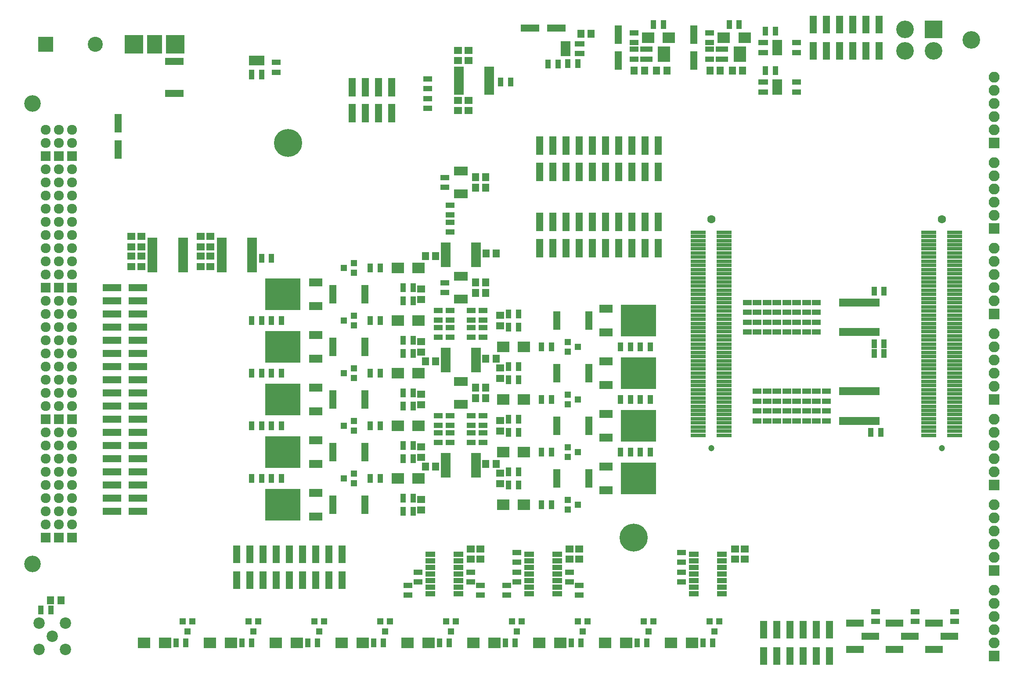
<source format=gbr>
G04 #@! TF.FileFunction,Soldermask,Top*
%FSLAX46Y46*%
G04 Gerber Fmt 4.6, Leading zero omitted, Abs format (unit mm)*
G04 Created by KiCad (PCBNEW 4.0.6) date Fri Aug  3 14:49:23 2018*
%MOMM*%
%LPD*%
G01*
G04 APERTURE LIST*
%ADD10C,0.100000*%
%ADD11R,2.900000X0.700000*%
%ADD12C,1.200000*%
%ADD13C,1.600000*%
%ADD14C,5.400000*%
%ADD15R,1.400000X3.400000*%
%ADD16R,1.700000X1.100000*%
%ADD17R,1.960000X1.050000*%
%ADD18R,2.900000X2.900000*%
%ADD19C,2.900000*%
%ADD20R,1.850000X0.850000*%
%ADD21R,1.400000X1.650000*%
%ADD22R,1.650000X1.400000*%
%ADD23R,2.400000X2.100000*%
%ADD24R,1.400000X3.550000*%
%ADD25R,3.400000X3.400000*%
%ADD26C,3.400000*%
%ADD27R,2.100000X2.100000*%
%ADD28O,2.100000X2.100000*%
%ADD29R,3.550000X1.400000*%
%ADD30R,1.300000X1.200000*%
%ADD31R,2.600000X1.600000*%
%ADD32R,6.800000X6.200000*%
%ADD33R,1.200000X1.300000*%
%ADD34R,1.100000X1.700000*%
%ADD35R,1.400000X3.600000*%
%ADD36R,1.900000X1.000000*%
%ADD37R,1.900000X0.850000*%
%ADD38R,1.050000X1.960000*%
%ADD39R,2.400000X1.050000*%
%ADD40R,0.800000X1.500000*%
%ADD41R,0.700000X1.800000*%
%ADD42C,3.200000*%
%ADD43R,1.924000X1.924000*%
%ADD44C,1.924000*%
%ADD45R,3.575000X3.575000*%
%ADD46R,2.990800X3.575000*%
%ADD47C,2.198320*%
%ADD48C,2.195780*%
%ADD49R,3.600000X1.400000*%
%ADD50R,3.400000X1.400000*%
G04 APERTURE END LIST*
D10*
D11*
X281906350Y-93430000D03*
D12*
X279406350Y-135130000D03*
D13*
X279406350Y-90930000D03*
D12*
X234956350Y-135130000D03*
D13*
X234956350Y-90930000D03*
D11*
X237456350Y-93430000D03*
X276906350Y-93430000D03*
X281906350Y-94230000D03*
X276906350Y-94230000D03*
X281906350Y-95030000D03*
X276906350Y-95030000D03*
X281906350Y-95830000D03*
X276906350Y-95830000D03*
X281906350Y-96630000D03*
X276906350Y-96630000D03*
X281906350Y-97430000D03*
X276906350Y-97430000D03*
X281906350Y-98230000D03*
X276906350Y-98230000D03*
X281906350Y-99030000D03*
X276906350Y-99030000D03*
X281906350Y-99830000D03*
X276906350Y-99830000D03*
X281906350Y-100630000D03*
X276906350Y-100630000D03*
X281906350Y-101430000D03*
X276906350Y-101430000D03*
X281906350Y-102230000D03*
X276906350Y-102230000D03*
X281906350Y-103030000D03*
X276906350Y-103030000D03*
X281906350Y-103830000D03*
X276906350Y-103830000D03*
X281906350Y-104630000D03*
X276906350Y-104630000D03*
X281906350Y-105430000D03*
X276906350Y-105430000D03*
X281906350Y-106230000D03*
X276906350Y-106230000D03*
X281906350Y-107030000D03*
X276906350Y-107030000D03*
X281906350Y-107830000D03*
X276906350Y-107830000D03*
X281906350Y-108630000D03*
X276906350Y-108630000D03*
X281906350Y-109430000D03*
X276906350Y-109430000D03*
X281906350Y-110230000D03*
X276906350Y-110230000D03*
X281906350Y-111030000D03*
X276906350Y-111030000D03*
X281906350Y-111830000D03*
X276906350Y-111830000D03*
X281906350Y-112630000D03*
X276906350Y-112630000D03*
X281906350Y-113430000D03*
X276906350Y-113430000D03*
X281906350Y-114230000D03*
X276906350Y-114230000D03*
X281906350Y-115030000D03*
X276906350Y-115030000D03*
X281906350Y-115830000D03*
X276906350Y-115830000D03*
X281906350Y-116630000D03*
X276906350Y-116630000D03*
X281906350Y-117430000D03*
X276906350Y-117430000D03*
X281906350Y-118230000D03*
X276906350Y-118230000D03*
X281906350Y-119030000D03*
X276906350Y-119030000D03*
X281906350Y-119830000D03*
X276906350Y-119830000D03*
X281906350Y-120630000D03*
X276906350Y-120630000D03*
X281906350Y-121430000D03*
X276906350Y-121430000D03*
X281906350Y-122230000D03*
X276906350Y-122230000D03*
X281906350Y-123030000D03*
X276906350Y-123030000D03*
X281906350Y-123830000D03*
X276906350Y-123830000D03*
X281906350Y-124630000D03*
X276906350Y-124630000D03*
X281906350Y-125430000D03*
X276906350Y-125430000D03*
X281906350Y-126230000D03*
X276906350Y-126230000D03*
X281906350Y-127030000D03*
X276906350Y-127030000D03*
X281906350Y-127830000D03*
X276906350Y-127830000D03*
X281906350Y-128630000D03*
X276906350Y-128630000D03*
X281906350Y-129430000D03*
X276906350Y-129430000D03*
X281906350Y-130230000D03*
X276906350Y-130230000D03*
X281906350Y-131030000D03*
X276906350Y-131030000D03*
X281906350Y-131830000D03*
X276906350Y-131830000D03*
X281906350Y-132630000D03*
X276906350Y-132630000D03*
X232456350Y-93430000D03*
X237456350Y-94230000D03*
X232456350Y-94230000D03*
X237456350Y-95030000D03*
X232456350Y-95030000D03*
X237456350Y-95830000D03*
X232456350Y-95830000D03*
X237456350Y-96630000D03*
X232456350Y-96630000D03*
X237456350Y-97430000D03*
X232456350Y-97430000D03*
X237456350Y-98230000D03*
X232456350Y-98230000D03*
X237456350Y-99030000D03*
X232456350Y-99030000D03*
X237456350Y-99830000D03*
X232456350Y-99830000D03*
X237456350Y-100630000D03*
X232456350Y-100630000D03*
X237456350Y-101430000D03*
X232456350Y-101430000D03*
X237456350Y-102230000D03*
X232456350Y-102230000D03*
X237456350Y-103030000D03*
X232456350Y-103030000D03*
X237456350Y-103830000D03*
X232456350Y-103830000D03*
X237456350Y-104630000D03*
X232456350Y-104630000D03*
X237456350Y-105430000D03*
X232456350Y-105430000D03*
X237456350Y-106230000D03*
X232456350Y-106230000D03*
X237456350Y-107030000D03*
X232456350Y-107030000D03*
X237456350Y-107830000D03*
X232456350Y-107830000D03*
X237456350Y-108630000D03*
X232456350Y-108630000D03*
X237456350Y-109430000D03*
X232456350Y-109430000D03*
X237456350Y-110230000D03*
X232456350Y-110230000D03*
X237456350Y-111030000D03*
X232456350Y-111030000D03*
X237456350Y-111830000D03*
X232456350Y-111830000D03*
X237456350Y-112630000D03*
X232456350Y-112630000D03*
X237456350Y-113430000D03*
X232456350Y-113430000D03*
X237456350Y-114230000D03*
X232456350Y-114230000D03*
X237456350Y-115030000D03*
X232456350Y-115030000D03*
X237456350Y-115830000D03*
X232456350Y-115830000D03*
X237456350Y-116630000D03*
X232456350Y-116630000D03*
X237456350Y-117430000D03*
X232456350Y-117430000D03*
X237456350Y-118230000D03*
X232456350Y-118230000D03*
X237456350Y-119030000D03*
X232456350Y-119030000D03*
X237456350Y-119830000D03*
X232456350Y-119830000D03*
X237456350Y-120630000D03*
X232456350Y-120630000D03*
X237456350Y-121430000D03*
X232456350Y-121430000D03*
X237456350Y-122230000D03*
X232456350Y-122230000D03*
X237456350Y-123030000D03*
X232456350Y-123030000D03*
X237456350Y-123830000D03*
X232456350Y-123830000D03*
X237456350Y-124630000D03*
X232456350Y-124630000D03*
X237456350Y-125430000D03*
X232456350Y-125430000D03*
X237456350Y-126230000D03*
X232456350Y-126230000D03*
X237456350Y-127030000D03*
X232456350Y-127030000D03*
X237456350Y-127830000D03*
X232456350Y-127830000D03*
X237456350Y-128630000D03*
X232456350Y-128630000D03*
X237456350Y-129430000D03*
X232456350Y-129430000D03*
X237456350Y-130230000D03*
X232456350Y-130230000D03*
X237456350Y-131030000D03*
X232456350Y-131030000D03*
X237456350Y-131830000D03*
X232456350Y-131830000D03*
X237456350Y-132630000D03*
X232456350Y-132630000D03*
D14*
X153352500Y-76200000D03*
D15*
X143510000Y-155595000D03*
X143510000Y-160635000D03*
X146050000Y-155595000D03*
X146050000Y-160635000D03*
X148590000Y-155595000D03*
X148590000Y-160635000D03*
X151130000Y-155595000D03*
X151130000Y-160635000D03*
X153670000Y-155595000D03*
X153670000Y-160635000D03*
X156210000Y-155595000D03*
X156210000Y-160635000D03*
X158750000Y-155595000D03*
X158750000Y-160635000D03*
X161290000Y-155595000D03*
X161290000Y-160635000D03*
X163830000Y-155595000D03*
X163830000Y-160635000D03*
D16*
X176530000Y-163510000D03*
X176530000Y-161610000D03*
D17*
X247730000Y-66355000D03*
X247730000Y-65405000D03*
X247730000Y-64455000D03*
X245030000Y-64455000D03*
X245030000Y-66355000D03*
D18*
X106680000Y-57150000D03*
D19*
X116200000Y-57150000D03*
D20*
X127225000Y-94865000D03*
X127225000Y-95515000D03*
X127225000Y-96165000D03*
X127225000Y-96815000D03*
X127225000Y-97465000D03*
X127225000Y-98115000D03*
X127225000Y-98765000D03*
X127225000Y-99415000D03*
X127225000Y-100065000D03*
X127225000Y-100715000D03*
X133125000Y-100715000D03*
X133125000Y-100065000D03*
X133125000Y-99415000D03*
X133125000Y-98765000D03*
X133125000Y-98115000D03*
X133125000Y-97465000D03*
X133125000Y-96815000D03*
X133125000Y-96165000D03*
X133125000Y-95515000D03*
X133125000Y-94865000D03*
D16*
X182372000Y-132146000D03*
X182372000Y-134046000D03*
D21*
X189500000Y-123444000D03*
X191500000Y-123444000D03*
D22*
X123190000Y-98060000D03*
X123190000Y-100060000D03*
X125095000Y-98060000D03*
X125095000Y-100060000D03*
D21*
X189500000Y-103124000D03*
X191500000Y-103124000D03*
D22*
X123190000Y-96250000D03*
X123190000Y-94250000D03*
X125095000Y-96250000D03*
X125095000Y-94250000D03*
X138430000Y-98060000D03*
X138430000Y-100060000D03*
D21*
X189500000Y-82804000D03*
X191500000Y-82804000D03*
D22*
X136525000Y-98060000D03*
X136525000Y-100060000D03*
X138430000Y-96250000D03*
X138430000Y-94250000D03*
X136525000Y-96250000D03*
X136525000Y-94250000D03*
D21*
X181864000Y-138684000D03*
X179864000Y-138684000D03*
X191516000Y-138176000D03*
X193516000Y-138176000D03*
D22*
X179070000Y-147050000D03*
X179070000Y-145050000D03*
X194310000Y-141970000D03*
X194310000Y-139970000D03*
X179070000Y-134890000D03*
X179070000Y-136890000D03*
X194310000Y-129810000D03*
X194310000Y-131810000D03*
D21*
X181864000Y-118364000D03*
X179864000Y-118364000D03*
X191516000Y-117856000D03*
X193516000Y-117856000D03*
D22*
X179070000Y-126730000D03*
X179070000Y-124730000D03*
X194310000Y-121650000D03*
X194310000Y-119650000D03*
X179070000Y-114570000D03*
X179070000Y-116570000D03*
X194310000Y-109490000D03*
X194310000Y-111490000D03*
D21*
X181848000Y-98044000D03*
X179848000Y-98044000D03*
X191532000Y-97536000D03*
X193532000Y-97536000D03*
D22*
X179070000Y-106410000D03*
X179070000Y-104410000D03*
X188595000Y-156575000D03*
X188595000Y-154575000D03*
X207645000Y-156575000D03*
X207645000Y-154575000D03*
X190500000Y-156575000D03*
X190500000Y-154575000D03*
X209550000Y-156575000D03*
X209550000Y-154575000D03*
X239555000Y-156575000D03*
X239555000Y-154575000D03*
X241460000Y-156575000D03*
X241460000Y-154575000D03*
X188214000Y-67961000D03*
X188214000Y-69961000D03*
X186182000Y-67961000D03*
X186182000Y-69961000D03*
X186182000Y-60309000D03*
X186182000Y-58309000D03*
X188214000Y-60309000D03*
X188214000Y-58309000D03*
D21*
X241030000Y-62230000D03*
X239030000Y-62230000D03*
X209820000Y-55118000D03*
X211820000Y-55118000D03*
X234712000Y-62230000D03*
X236712000Y-62230000D03*
X226425000Y-62230000D03*
X224425000Y-62230000D03*
X220107000Y-62230000D03*
X222107000Y-62230000D03*
D23*
X178530000Y-140970000D03*
X174530000Y-140970000D03*
X194850000Y-146050000D03*
X198850000Y-146050000D03*
X178530000Y-130810000D03*
X174530000Y-130810000D03*
X194850000Y-135890000D03*
X198850000Y-135890000D03*
X178530000Y-120650000D03*
X174530000Y-120650000D03*
X194850000Y-125730000D03*
X198850000Y-125730000D03*
X178530000Y-110490000D03*
X174530000Y-110490000D03*
X194850000Y-115570000D03*
X198850000Y-115570000D03*
X178530000Y-100330000D03*
X174530000Y-100330000D03*
X125635000Y-172720000D03*
X129635000Y-172720000D03*
X138335000Y-172720000D03*
X142335000Y-172720000D03*
X151035000Y-172720000D03*
X155035000Y-172720000D03*
X163735000Y-172720000D03*
X167735000Y-172720000D03*
X189135000Y-172720000D03*
X193135000Y-172720000D03*
X201835000Y-172720000D03*
X205835000Y-172720000D03*
X214535000Y-172720000D03*
X218535000Y-172720000D03*
X227235000Y-172720000D03*
X231235000Y-172720000D03*
X237395000Y-55880000D03*
X241395000Y-55880000D03*
X222790000Y-55880000D03*
X226790000Y-55880000D03*
D24*
X120650000Y-77455000D03*
X120650000Y-72405000D03*
X224790000Y-76723000D03*
X224790000Y-81773000D03*
X222250000Y-76723000D03*
X222250000Y-81773000D03*
X219710000Y-76723000D03*
X219710000Y-81773000D03*
X217170000Y-76723000D03*
X217170000Y-81773000D03*
X214630000Y-76723000D03*
X214630000Y-81773000D03*
X212090000Y-76723000D03*
X212090000Y-81773000D03*
X209550000Y-76723000D03*
X209550000Y-81773000D03*
X207010000Y-76723000D03*
X207010000Y-81773000D03*
X204470000Y-76723000D03*
X204470000Y-81773000D03*
X201930000Y-76723000D03*
X201930000Y-81773000D03*
X224790000Y-91455000D03*
X224790000Y-96505000D03*
X222250000Y-91455000D03*
X222250000Y-96505000D03*
X219710000Y-91455000D03*
X219710000Y-96505000D03*
X217170000Y-91455000D03*
X217170000Y-96505000D03*
X214630000Y-91455000D03*
X214630000Y-96505000D03*
X212090000Y-91455000D03*
X212090000Y-96505000D03*
X209550000Y-91455000D03*
X209550000Y-96505000D03*
X207010000Y-91455000D03*
X207010000Y-96505000D03*
X204470000Y-91455000D03*
X204470000Y-96505000D03*
X201930000Y-91455000D03*
X201930000Y-96505000D03*
D25*
X277815000Y-54220000D03*
D26*
X277815000Y-58420000D03*
X272315000Y-54220000D03*
X272315000Y-58420000D03*
X285115000Y-56320000D03*
D24*
X165735000Y-70470000D03*
X165735000Y-65420000D03*
X168275000Y-70470000D03*
X168275000Y-65420000D03*
X170815000Y-70470000D03*
X170815000Y-65420000D03*
X173355000Y-70470000D03*
X173355000Y-65420000D03*
D27*
X289560000Y-76200000D03*
D28*
X289560000Y-73660000D03*
X289560000Y-71120000D03*
X289560000Y-68580000D03*
X289560000Y-66040000D03*
X289560000Y-63500000D03*
D27*
X289560000Y-92710000D03*
D28*
X289560000Y-90170000D03*
X289560000Y-87630000D03*
X289560000Y-85090000D03*
X289560000Y-82550000D03*
X289560000Y-80010000D03*
D27*
X289560000Y-109220000D03*
D28*
X289560000Y-106680000D03*
X289560000Y-104140000D03*
X289560000Y-101600000D03*
X289560000Y-99060000D03*
X289560000Y-96520000D03*
D27*
X289560000Y-125730000D03*
D28*
X289560000Y-123190000D03*
X289560000Y-120650000D03*
X289560000Y-118110000D03*
X289560000Y-115570000D03*
X289560000Y-113030000D03*
D27*
X289560000Y-142240000D03*
D28*
X289560000Y-139700000D03*
X289560000Y-137160000D03*
X289560000Y-134620000D03*
X289560000Y-132080000D03*
X289560000Y-129540000D03*
D27*
X289560000Y-158750000D03*
D28*
X289560000Y-156210000D03*
X289560000Y-153670000D03*
X289560000Y-151130000D03*
X289560000Y-148590000D03*
X289560000Y-146050000D03*
D27*
X289560000Y-175260000D03*
D28*
X289560000Y-172720000D03*
X289560000Y-170180000D03*
X289560000Y-167640000D03*
X289560000Y-165100000D03*
X289560000Y-162560000D03*
D15*
X267335000Y-58400000D03*
X267335000Y-53360000D03*
X264795000Y-58400000D03*
X264795000Y-53360000D03*
X262255000Y-58400000D03*
X262255000Y-53360000D03*
X259715000Y-58400000D03*
X259715000Y-53360000D03*
X257175000Y-58400000D03*
X257175000Y-53360000D03*
X254635000Y-58400000D03*
X254635000Y-53360000D03*
X257810000Y-175240000D03*
X257810000Y-170200000D03*
X255270000Y-175240000D03*
X255270000Y-170200000D03*
X252730000Y-175240000D03*
X252730000Y-170200000D03*
X250190000Y-175240000D03*
X250190000Y-170200000D03*
X247650000Y-175240000D03*
X247650000Y-170200000D03*
X245110000Y-175240000D03*
X245110000Y-170200000D03*
D29*
X205090000Y-53975000D03*
X200040000Y-53975000D03*
D24*
X231648000Y-60310000D03*
X231648000Y-55260000D03*
X217043000Y-60310000D03*
X217043000Y-55260000D03*
D30*
X166100000Y-141920000D03*
X166100000Y-140020000D03*
X164100000Y-140970000D03*
X207280000Y-145100000D03*
X207280000Y-147000000D03*
X209280000Y-146050000D03*
D31*
X158700000Y-148330000D03*
X158700000Y-143770000D03*
D32*
X152400000Y-146050000D03*
D30*
X166100000Y-131760000D03*
X166100000Y-129860000D03*
X164100000Y-130810000D03*
X207280000Y-134940000D03*
X207280000Y-136840000D03*
X209280000Y-135890000D03*
D31*
X214680000Y-138690000D03*
X214680000Y-143250000D03*
D32*
X220980000Y-140970000D03*
D31*
X158700000Y-138170000D03*
X158700000Y-133610000D03*
D32*
X152400000Y-135890000D03*
D31*
X214680000Y-128530000D03*
X214680000Y-133090000D03*
D32*
X220980000Y-130810000D03*
D30*
X166100000Y-121600000D03*
X166100000Y-119700000D03*
X164100000Y-120650000D03*
X207280000Y-124780000D03*
X207280000Y-126680000D03*
X209280000Y-125730000D03*
D31*
X158700000Y-128010000D03*
X158700000Y-123450000D03*
D32*
X152400000Y-125730000D03*
D30*
X166100000Y-111440000D03*
X166100000Y-109540000D03*
X164100000Y-110490000D03*
X207280000Y-114620000D03*
X207280000Y-116520000D03*
X209280000Y-115570000D03*
D31*
X214680000Y-118370000D03*
X214680000Y-122930000D03*
D32*
X220980000Y-120650000D03*
D31*
X158700000Y-117850000D03*
X158700000Y-113290000D03*
D32*
X152400000Y-115570000D03*
D31*
X214680000Y-108210000D03*
X214680000Y-112770000D03*
D32*
X220980000Y-110490000D03*
D30*
X166100000Y-101280000D03*
X166100000Y-99380000D03*
X164100000Y-100330000D03*
D31*
X158700000Y-107690000D03*
X158700000Y-103130000D03*
D32*
X152400000Y-105410000D03*
D33*
X134935000Y-168545000D03*
X133035000Y-168545000D03*
X133985000Y-170545000D03*
X147635000Y-168545000D03*
X145735000Y-168545000D03*
X146685000Y-170545000D03*
X160335000Y-168545000D03*
X158435000Y-168545000D03*
X159385000Y-170545000D03*
X173035000Y-168545000D03*
X171135000Y-168545000D03*
X172085000Y-170545000D03*
X185735000Y-168545000D03*
X183835000Y-168545000D03*
X184785000Y-170545000D03*
X198435000Y-168545000D03*
X196535000Y-168545000D03*
X197485000Y-170545000D03*
X211135000Y-168545000D03*
X209235000Y-168545000D03*
X210185000Y-170545000D03*
X223835000Y-168545000D03*
X221935000Y-168545000D03*
X222885000Y-170545000D03*
X236535000Y-168545000D03*
X234635000Y-168545000D03*
X235585000Y-170545000D03*
D34*
X148270000Y-140970000D03*
X146370000Y-140970000D03*
X219390000Y-135890000D03*
X217490000Y-135890000D03*
X148270000Y-130810000D03*
X146370000Y-130810000D03*
X219390000Y-125730000D03*
X217490000Y-125730000D03*
X148270000Y-120650000D03*
X146370000Y-120650000D03*
X219390000Y-115570000D03*
X217490000Y-115570000D03*
X148270000Y-110490000D03*
X146370000Y-110490000D03*
D16*
X184658000Y-128844000D03*
X184658000Y-130744000D03*
X184658000Y-132146000D03*
X184658000Y-134046000D03*
D34*
X169230000Y-140970000D03*
X171130000Y-140970000D03*
X175580000Y-147320000D03*
X177480000Y-147320000D03*
X175580000Y-144780000D03*
X177480000Y-144780000D03*
X204150000Y-146050000D03*
X202250000Y-146050000D03*
D35*
X162000000Y-146050000D03*
X168200000Y-146050000D03*
D16*
X188722000Y-128844000D03*
X188722000Y-130744000D03*
X188722000Y-132146000D03*
X188722000Y-134046000D03*
D34*
X169230000Y-130810000D03*
X171130000Y-130810000D03*
X197800000Y-142240000D03*
X195900000Y-142240000D03*
X197800000Y-139700000D03*
X195900000Y-139700000D03*
X204150000Y-135890000D03*
X202250000Y-135890000D03*
D35*
X211380000Y-140970000D03*
X205180000Y-140970000D03*
D16*
X182372000Y-128844000D03*
X182372000Y-130744000D03*
D34*
X175580000Y-134620000D03*
X177480000Y-134620000D03*
X175580000Y-137160000D03*
X177480000Y-137160000D03*
D35*
X162000000Y-135890000D03*
X168200000Y-135890000D03*
D16*
X191008000Y-128844000D03*
X191008000Y-130744000D03*
D34*
X197800000Y-129540000D03*
X195900000Y-129540000D03*
X197800000Y-132080000D03*
X195900000Y-132080000D03*
D35*
X211380000Y-130810000D03*
X205180000Y-130810000D03*
D16*
X184658000Y-108524000D03*
X184658000Y-110424000D03*
X184658000Y-111826000D03*
X184658000Y-113726000D03*
D34*
X169230000Y-120650000D03*
X171130000Y-120650000D03*
X175580000Y-127000000D03*
X177480000Y-127000000D03*
X175580000Y-124460000D03*
X177480000Y-124460000D03*
X204150000Y-125730000D03*
X202250000Y-125730000D03*
D35*
X162000000Y-125730000D03*
X168200000Y-125730000D03*
D16*
X188722000Y-108524000D03*
X188722000Y-110424000D03*
X188722000Y-111826000D03*
X188722000Y-113726000D03*
D34*
X169230000Y-110490000D03*
X171130000Y-110490000D03*
X197800000Y-121920000D03*
X195900000Y-121920000D03*
X197800000Y-119380000D03*
X195900000Y-119380000D03*
X204150000Y-115570000D03*
X202250000Y-115570000D03*
D35*
X211380000Y-120650000D03*
X205180000Y-120650000D03*
D16*
X182372000Y-108524000D03*
X182372000Y-110424000D03*
X182372000Y-111826000D03*
X182372000Y-113726000D03*
D34*
X175580000Y-114300000D03*
X177480000Y-114300000D03*
X175580000Y-116840000D03*
X177480000Y-116840000D03*
D35*
X162000000Y-115570000D03*
X168200000Y-115570000D03*
D16*
X191008000Y-108524000D03*
X191008000Y-110424000D03*
X191008000Y-111826000D03*
X191008000Y-113726000D03*
D34*
X197800000Y-109220000D03*
X195900000Y-109220000D03*
X197800000Y-111760000D03*
X195900000Y-111760000D03*
D35*
X211380000Y-110490000D03*
X205180000Y-110490000D03*
D16*
X184658000Y-88204000D03*
X184658000Y-90104000D03*
X184658000Y-91506000D03*
X184658000Y-93406000D03*
D34*
X169230000Y-100330000D03*
X171130000Y-100330000D03*
X175580000Y-106680000D03*
X177480000Y-106680000D03*
X175580000Y-104140000D03*
X177480000Y-104140000D03*
D35*
X162000000Y-105410000D03*
X168200000Y-105410000D03*
D34*
X146365000Y-172720000D03*
X144465000Y-172720000D03*
X159065000Y-172720000D03*
X157165000Y-172720000D03*
D16*
X190500000Y-161610000D03*
X190500000Y-163510000D03*
X188595000Y-159070000D03*
X188595000Y-160970000D03*
X178435000Y-160970000D03*
X178435000Y-159070000D03*
X209550000Y-161610000D03*
X209550000Y-163510000D03*
X207645000Y-159070000D03*
X207645000Y-160970000D03*
X197485000Y-160970000D03*
X197485000Y-159070000D03*
X195580000Y-163510000D03*
X195580000Y-161610000D03*
D34*
X184465000Y-172720000D03*
X182565000Y-172720000D03*
D16*
X197485000Y-157160000D03*
X197485000Y-155260000D03*
D34*
X197165000Y-172720000D03*
X195265000Y-172720000D03*
X209865000Y-172720000D03*
X207965000Y-172720000D03*
D16*
X229235000Y-160970000D03*
X229235000Y-159070000D03*
X229235000Y-157160000D03*
X229235000Y-155260000D03*
D34*
X235265000Y-172720000D03*
X233365000Y-172720000D03*
X245430000Y-62230000D03*
X247330000Y-62230000D03*
X247330000Y-54610000D03*
X245430000Y-54610000D03*
X194376000Y-64389000D03*
X196276000Y-64389000D03*
D16*
X251460000Y-66355000D03*
X251460000Y-64455000D03*
X151130000Y-60645000D03*
X151130000Y-62545000D03*
X180340000Y-63820000D03*
X180340000Y-65720000D03*
X180340000Y-67630000D03*
X180340000Y-69530000D03*
X251460000Y-58735000D03*
X251460000Y-56835000D03*
D34*
X205420000Y-60960000D03*
X203520000Y-60960000D03*
X238445000Y-53340000D03*
X240345000Y-53340000D03*
X223840000Y-53340000D03*
X225740000Y-53340000D03*
X209230000Y-60833000D03*
X207330000Y-60833000D03*
D16*
X234696000Y-60005000D03*
X234696000Y-58105000D03*
X234696000Y-56830000D03*
X234696000Y-54930000D03*
X220091000Y-60005000D03*
X220091000Y-58105000D03*
X220091000Y-56830000D03*
X220091000Y-54930000D03*
D34*
X268285000Y-116840000D03*
X266385000Y-116840000D03*
D16*
X266700000Y-166690000D03*
X266700000Y-168590000D03*
X274320000Y-166690000D03*
X274320000Y-168590000D03*
D34*
X268285000Y-114935000D03*
X266385000Y-114935000D03*
D16*
X281940000Y-166690000D03*
X281940000Y-168590000D03*
D34*
X268285000Y-104775000D03*
X266385000Y-104775000D03*
D16*
X241935000Y-108900000D03*
X241935000Y-107000000D03*
X243840000Y-108900000D03*
X243840000Y-107000000D03*
X245745000Y-108900000D03*
X245745000Y-107000000D03*
X247650000Y-108900000D03*
X247650000Y-107000000D03*
X249555000Y-108900000D03*
X249555000Y-107000000D03*
X251460000Y-108900000D03*
X251460000Y-107000000D03*
X253365000Y-108900000D03*
X253365000Y-107000000D03*
X255270000Y-108900000D03*
X255270000Y-107000000D03*
X255270000Y-110810000D03*
X255270000Y-112710000D03*
X253365000Y-110810000D03*
X253365000Y-112710000D03*
X251460000Y-110810000D03*
X251460000Y-112710000D03*
X249555000Y-110810000D03*
X249555000Y-112710000D03*
X247650000Y-110810000D03*
X247650000Y-112710000D03*
X245745000Y-110810000D03*
X245745000Y-112710000D03*
X243840000Y-110810000D03*
X243840000Y-112710000D03*
X241935000Y-110810000D03*
X241935000Y-112710000D03*
D34*
X267650000Y-132080000D03*
X265750000Y-132080000D03*
D16*
X243840000Y-126045000D03*
X243840000Y-124145000D03*
X245745000Y-126045000D03*
X245745000Y-124145000D03*
X247650000Y-126045000D03*
X247650000Y-124145000D03*
X249555000Y-126045000D03*
X249555000Y-124145000D03*
X251460000Y-126045000D03*
X251460000Y-124145000D03*
X253365000Y-126045000D03*
X253365000Y-124145000D03*
X255270000Y-126045000D03*
X255270000Y-124145000D03*
X257175000Y-126045000D03*
X257175000Y-124145000D03*
X257175000Y-127955000D03*
X257175000Y-129855000D03*
X255270000Y-127955000D03*
X255270000Y-129855000D03*
X253365000Y-127955000D03*
X253365000Y-129855000D03*
X251460000Y-127955000D03*
X251460000Y-129855000D03*
X249555000Y-127955000D03*
X249555000Y-129855000D03*
X247650000Y-127955000D03*
X247650000Y-129855000D03*
X245745000Y-127955000D03*
X245745000Y-129855000D03*
X243840000Y-127955000D03*
X243840000Y-129855000D03*
D34*
X152080000Y-140970000D03*
X150180000Y-140970000D03*
X223200000Y-135890000D03*
X221300000Y-135890000D03*
X152080000Y-130810000D03*
X150180000Y-130810000D03*
X223200000Y-125730000D03*
X221300000Y-125730000D03*
X152080000Y-120650000D03*
X150180000Y-120650000D03*
X223200000Y-115570000D03*
X221300000Y-115570000D03*
X152080000Y-110490000D03*
X150180000Y-110490000D03*
D20*
X140560000Y-94865000D03*
X140560000Y-95515000D03*
X140560000Y-96165000D03*
X140560000Y-96815000D03*
X140560000Y-97465000D03*
X140560000Y-98115000D03*
X140560000Y-98765000D03*
X140560000Y-99415000D03*
X140560000Y-100065000D03*
X140560000Y-100715000D03*
X146460000Y-100715000D03*
X146460000Y-100065000D03*
X146460000Y-99415000D03*
X146460000Y-98765000D03*
X146460000Y-98115000D03*
X146460000Y-97465000D03*
X146460000Y-96815000D03*
X146460000Y-96165000D03*
X146460000Y-95515000D03*
X146460000Y-94865000D03*
X183740000Y-136480000D03*
X183740000Y-137130000D03*
X183740000Y-137780000D03*
X183740000Y-138430000D03*
X183740000Y-139080000D03*
X183740000Y-139730000D03*
X183740000Y-140380000D03*
X189640000Y-140380000D03*
X189640000Y-139730000D03*
X189640000Y-139080000D03*
X189640000Y-138430000D03*
X189640000Y-137780000D03*
X189640000Y-137130000D03*
X189640000Y-136480000D03*
X183740000Y-116160000D03*
X183740000Y-116810000D03*
X183740000Y-117460000D03*
X183740000Y-118110000D03*
X183740000Y-118760000D03*
X183740000Y-119410000D03*
X183740000Y-120060000D03*
X189640000Y-120060000D03*
X189640000Y-119410000D03*
X189640000Y-118760000D03*
X189640000Y-118110000D03*
X189640000Y-117460000D03*
X189640000Y-116810000D03*
X189640000Y-116160000D03*
X183740000Y-95840000D03*
X183740000Y-96490000D03*
X183740000Y-97140000D03*
X183740000Y-97790000D03*
X183740000Y-98440000D03*
X183740000Y-99090000D03*
X183740000Y-99740000D03*
X189640000Y-99740000D03*
X189640000Y-99090000D03*
X189640000Y-98440000D03*
X189640000Y-97790000D03*
X189640000Y-97140000D03*
X189640000Y-96490000D03*
X189640000Y-95840000D03*
D36*
X186215000Y-163195000D03*
X186215000Y-161925000D03*
X186215000Y-160655000D03*
X186215000Y-159385000D03*
X186215000Y-158115000D03*
X186215000Y-156845000D03*
X186215000Y-155575000D03*
X180815000Y-155575000D03*
X180815000Y-156845000D03*
X180815000Y-158115000D03*
X180815000Y-159385000D03*
X180815000Y-160655000D03*
X180815000Y-161925000D03*
X180815000Y-163195000D03*
X205265000Y-163195000D03*
X205265000Y-161925000D03*
X205265000Y-160655000D03*
X205265000Y-159385000D03*
X205265000Y-158115000D03*
X205265000Y-156845000D03*
X205265000Y-155575000D03*
X199865000Y-155575000D03*
X199865000Y-156845000D03*
X199865000Y-158115000D03*
X199865000Y-159385000D03*
X199865000Y-160655000D03*
X199865000Y-161925000D03*
X199865000Y-163195000D03*
X237015000Y-163195000D03*
X237015000Y-161925000D03*
X237015000Y-160655000D03*
X237015000Y-159385000D03*
X237015000Y-158115000D03*
X237015000Y-156845000D03*
X237015000Y-155575000D03*
X231615000Y-155575000D03*
X231615000Y-156845000D03*
X231615000Y-158115000D03*
X231615000Y-159385000D03*
X231615000Y-160655000D03*
X231615000Y-161925000D03*
X231615000Y-163195000D03*
D37*
X186280000Y-61860000D03*
X186280000Y-62510000D03*
X186280000Y-63160000D03*
X186280000Y-63810000D03*
X186280000Y-64460000D03*
X186280000Y-65110000D03*
X186280000Y-65760000D03*
X186280000Y-66410000D03*
X192180000Y-66410000D03*
X192180000Y-65760000D03*
X192180000Y-65110000D03*
X192180000Y-64460000D03*
X192180000Y-63810000D03*
X192180000Y-63160000D03*
X192180000Y-62510000D03*
X192180000Y-61860000D03*
D38*
X148270000Y-60245000D03*
X147320000Y-60245000D03*
X146370000Y-60245000D03*
X146370000Y-62945000D03*
X148270000Y-62945000D03*
D17*
X247730000Y-58735000D03*
X247730000Y-57785000D03*
X247730000Y-56835000D03*
X245030000Y-56835000D03*
X245030000Y-58735000D03*
D39*
X240470000Y-60005000D03*
X240470000Y-59055000D03*
X240470000Y-58105000D03*
X237050000Y-58105000D03*
X237050000Y-60005000D03*
X225865000Y-60005000D03*
X225865000Y-59055000D03*
X225865000Y-58105000D03*
X222445000Y-58105000D03*
X222445000Y-60005000D03*
D40*
X267100000Y-107005000D03*
X266450000Y-107005000D03*
X265800000Y-107005000D03*
X265150000Y-107005000D03*
X264500000Y-107005000D03*
X263850000Y-107005000D03*
X263200000Y-107005000D03*
X262550000Y-107005000D03*
X261900000Y-107005000D03*
X261250000Y-107005000D03*
X260600000Y-107005000D03*
X259950000Y-107005000D03*
X259950000Y-112705000D03*
X260600000Y-112705000D03*
X261250000Y-112705000D03*
X261900000Y-112705000D03*
X262550000Y-112705000D03*
X263200000Y-112705000D03*
X263850000Y-112705000D03*
X264500000Y-112705000D03*
X265150000Y-112705000D03*
X265800000Y-112705000D03*
X266450000Y-112705000D03*
X267100000Y-112705000D03*
X267100000Y-124150000D03*
X266450000Y-124150000D03*
X265800000Y-124150000D03*
X265150000Y-124150000D03*
X264500000Y-124150000D03*
X263850000Y-124150000D03*
X263200000Y-124150000D03*
X262550000Y-124150000D03*
X261900000Y-124150000D03*
X261250000Y-124150000D03*
X260600000Y-124150000D03*
X259950000Y-124150000D03*
X259950000Y-129850000D03*
X260600000Y-129850000D03*
X261250000Y-129850000D03*
X261900000Y-129850000D03*
X262550000Y-129850000D03*
X263200000Y-129850000D03*
X263850000Y-129850000D03*
X264500000Y-129850000D03*
X265150000Y-129850000D03*
X265800000Y-129850000D03*
X266450000Y-129850000D03*
X267100000Y-129850000D03*
D16*
X191008000Y-132146000D03*
X191008000Y-134046000D03*
D21*
X189500000Y-125476000D03*
X191500000Y-125476000D03*
X189500000Y-105156000D03*
X191500000Y-105156000D03*
X189500000Y-84836000D03*
X191500000Y-84836000D03*
D41*
X185690000Y-126660000D03*
X186190000Y-126660000D03*
X186690000Y-126660000D03*
X187190000Y-126660000D03*
X187690000Y-126660000D03*
X187690000Y-122260000D03*
X187190000Y-122260000D03*
X186690000Y-122260000D03*
X186190000Y-122260000D03*
X185690000Y-122260000D03*
X185690000Y-106340000D03*
X186190000Y-106340000D03*
X186690000Y-106340000D03*
X187190000Y-106340000D03*
X187690000Y-106340000D03*
X187690000Y-101940000D03*
X187190000Y-101940000D03*
X186690000Y-101940000D03*
X186190000Y-101940000D03*
X185690000Y-101940000D03*
X185690000Y-86020000D03*
X186190000Y-86020000D03*
X186690000Y-86020000D03*
X187190000Y-86020000D03*
X187690000Y-86020000D03*
X187690000Y-81620000D03*
X187190000Y-81620000D03*
X186690000Y-81620000D03*
X186190000Y-81620000D03*
X185690000Y-81620000D03*
D17*
X206930000Y-57023000D03*
X206930000Y-57973000D03*
X206930000Y-58923000D03*
X209630000Y-58923000D03*
X209630000Y-57023000D03*
D42*
X104140000Y-68580000D03*
X104140000Y-157480000D03*
D43*
X111760000Y-152400000D03*
D44*
X111760000Y-149860000D03*
X111760000Y-147320000D03*
X111760000Y-144780000D03*
X111760000Y-142240000D03*
X111760000Y-139700000D03*
X111760000Y-137160000D03*
X111760000Y-134620000D03*
X111760000Y-132080000D03*
D43*
X111760000Y-129540000D03*
D44*
X111760000Y-127000000D03*
X111760000Y-124460000D03*
X111760000Y-121920000D03*
X111760000Y-119380000D03*
X111760000Y-116840000D03*
X111760000Y-114300000D03*
X111760000Y-111760000D03*
X111760000Y-109220000D03*
X111760000Y-106680000D03*
D43*
X111760000Y-104140000D03*
D44*
X111760000Y-101600000D03*
X111760000Y-99060000D03*
X111760000Y-96520000D03*
X111760000Y-93980000D03*
X111760000Y-91440000D03*
X111760000Y-88900000D03*
X111760000Y-86360000D03*
X111760000Y-83820000D03*
X111760000Y-81280000D03*
D43*
X111760000Y-78740000D03*
D44*
X111760000Y-76200000D03*
X111760000Y-73660000D03*
D43*
X109220000Y-152400000D03*
D44*
X109220000Y-149860000D03*
X109220000Y-147320000D03*
X109220000Y-144780000D03*
X109220000Y-142240000D03*
X109220000Y-139700000D03*
X109220000Y-137160000D03*
X109220000Y-134620000D03*
X109220000Y-132080000D03*
D43*
X109220000Y-129540000D03*
D44*
X109220000Y-127000000D03*
X109220000Y-124460000D03*
X109220000Y-121920000D03*
X109220000Y-119380000D03*
X109220000Y-116840000D03*
X109220000Y-114300000D03*
X109220000Y-111760000D03*
X109220000Y-109220000D03*
X109220000Y-106680000D03*
D43*
X109220000Y-104140000D03*
D44*
X109220000Y-101600000D03*
X109220000Y-99060000D03*
X109220000Y-96520000D03*
X109220000Y-93980000D03*
X109220000Y-91440000D03*
X109220000Y-88900000D03*
X109220000Y-86360000D03*
X109220000Y-83820000D03*
X109220000Y-81280000D03*
D43*
X109220000Y-78740000D03*
D44*
X109220000Y-76200000D03*
X109220000Y-73660000D03*
D43*
X106680000Y-152400000D03*
D44*
X106680000Y-149860000D03*
X106680000Y-147320000D03*
X106680000Y-144780000D03*
X106680000Y-142240000D03*
X106680000Y-139700000D03*
X106680000Y-137160000D03*
X106680000Y-134620000D03*
X106680000Y-132080000D03*
D43*
X106680000Y-129540000D03*
D44*
X106680000Y-127000000D03*
X106680000Y-124460000D03*
X106680000Y-121920000D03*
X106680000Y-119380000D03*
X106680000Y-116840000D03*
X106680000Y-114300000D03*
X106680000Y-111760000D03*
X106680000Y-109220000D03*
X106680000Y-106680000D03*
D43*
X106680000Y-104140000D03*
D44*
X106680000Y-101600000D03*
X106680000Y-99060000D03*
X106680000Y-96520000D03*
X106680000Y-93980000D03*
X106680000Y-91440000D03*
X106680000Y-88900000D03*
X106680000Y-86360000D03*
X106680000Y-83820000D03*
X106680000Y-81280000D03*
D43*
X106680000Y-78740000D03*
D44*
X106680000Y-76200000D03*
X106680000Y-73660000D03*
D29*
X124460000Y-147320000D03*
X119410000Y-147320000D03*
X124460000Y-144780000D03*
X119410000Y-144780000D03*
X124460000Y-142240000D03*
X119410000Y-142240000D03*
X124460000Y-139700000D03*
X119410000Y-139700000D03*
X124460000Y-137160000D03*
X119410000Y-137160000D03*
X124460000Y-134620000D03*
X119410000Y-134620000D03*
X124460000Y-132080000D03*
X119410000Y-132080000D03*
X124460000Y-129540000D03*
X119410000Y-129540000D03*
X124460000Y-127000000D03*
X119410000Y-127000000D03*
X124460000Y-124460000D03*
X119410000Y-124460000D03*
X124460000Y-121920000D03*
X119410000Y-121920000D03*
X124460000Y-119380000D03*
X119410000Y-119380000D03*
X124460000Y-116840000D03*
X119410000Y-116840000D03*
X124460000Y-114300000D03*
X119410000Y-114300000D03*
X124460000Y-111760000D03*
X119410000Y-111760000D03*
X124460000Y-109220000D03*
X119410000Y-109220000D03*
X124460000Y-106680000D03*
X119410000Y-106680000D03*
X124460000Y-104140000D03*
X119410000Y-104140000D03*
D21*
X107585000Y-164465000D03*
X109585000Y-164465000D03*
D23*
X176435000Y-172720000D03*
X180435000Y-172720000D03*
D34*
X148275000Y-98425000D03*
X150175000Y-98425000D03*
D16*
X183642000Y-103190000D03*
X183642000Y-105090000D03*
X183642000Y-82870000D03*
X183642000Y-84770000D03*
D34*
X133665000Y-172720000D03*
X131765000Y-172720000D03*
X171765000Y-172720000D03*
X169865000Y-172720000D03*
X222565000Y-172720000D03*
X220665000Y-172720000D03*
X107630000Y-166370000D03*
X105730000Y-166370000D03*
D45*
X131610100Y-57150000D03*
D46*
X127635000Y-57150000D03*
D45*
X123659900Y-57150000D03*
D47*
X107950000Y-171450000D03*
D48*
X110490000Y-168910000D03*
X105410000Y-168910000D03*
X105410000Y-173990000D03*
X110490000Y-173990000D03*
D49*
X131445000Y-60400000D03*
X131445000Y-66600000D03*
D14*
X220027500Y-152400000D03*
D50*
X265660000Y-171450000D03*
X262660000Y-173990000D03*
X262660000Y-168910000D03*
X273280000Y-171450000D03*
X270280000Y-173990000D03*
X270280000Y-168910000D03*
X280900000Y-171450000D03*
X277900000Y-173990000D03*
X277900000Y-168910000D03*
M02*

</source>
